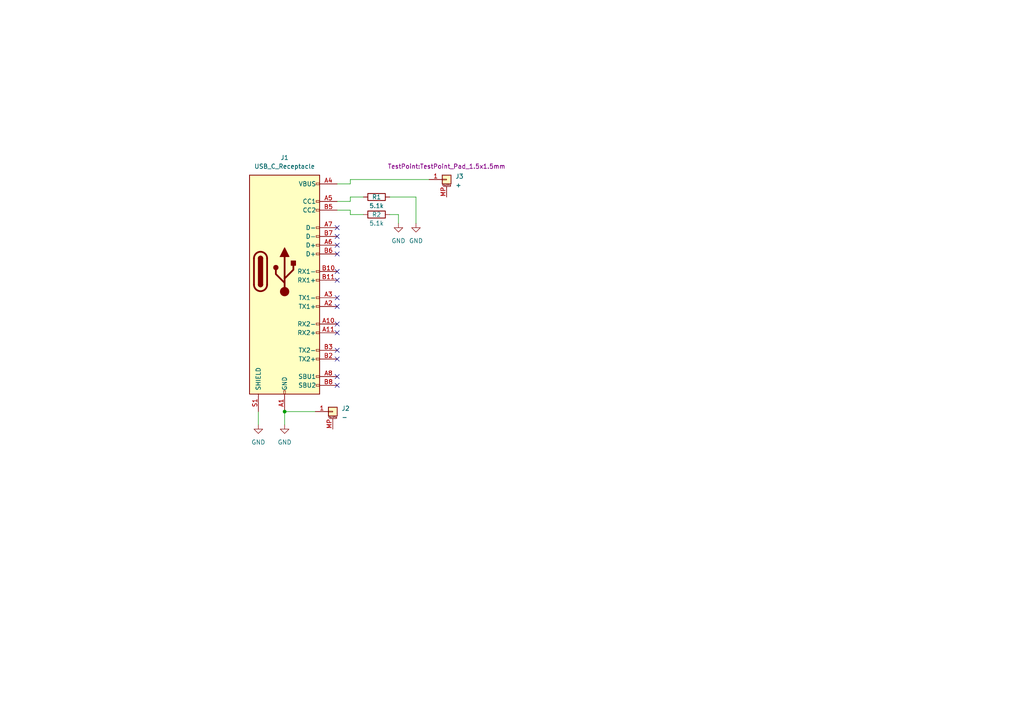
<source format=kicad_sch>
(kicad_sch (version 20230121) (generator eeschema)
  (paper "A4")
  (lib_symbols
    (symbol "Connector:USB_C_Receptacle" (pin_names (offset 1.016))
      (property "Reference" "J" (at -10.16 29.21 0))
      (property "Value" "USB_C_Receptacle" (at 10.16 29.21 0))
      (symbol "USB_C_Receptacle_0_0"
        (rectangle (start -0.254 -35.56) (end 0.254 -34.544))
        (rectangle (start 10.16 -32.766) (end 9.144 -33.274))
        (rectangle (start 10.16 -30.226) (end 9.144 -30.734))
        (rectangle (start 10.16 -25.146) (end 9.144 -25.654))
        (rectangle (start 10.16 -22.606) (end 9.144 -23.114))
        (rectangle (start 10.16 -17.526) (end 9.144 -18.034))
        (rectangle (start 10.16 -14.986) (end 9.144 -15.494))
        (rectangle (start 10.16 -9.906) (end 9.144 -10.414))
        (rectangle (start 10.16 -7.366) (end 9.144 -7.874))
        (rectangle (start 10.16 -2.286) (end 9.144 -2.794))
        (rectangle (start 10.16 0.254) (end 9.144 -0.254))
        (rectangle (start 10.16 5.334) (end 9.144 4.826))
        (rectangle (start 10.16 7.874) (end 9.144 7.366))
        (rectangle (start 10.16 10.414) (end 9.144 9.906))
        (rectangle (start 10.16 12.954) (end 9.144 12.446))
        (rectangle (start 10.16 18.034) (end 9.144 17.526))
        (rectangle (start 10.16 20.574) (end 9.144 20.066))
        (rectangle (start 10.16 25.654) (end 9.144 25.146))
      )
      (symbol "USB_C_Receptacle_0_1"
        (rectangle (start -10.16 27.94) (end 10.16 -35.56) (stroke (width 0.254)) (fill (type background)))
        (arc (start -8.89 -3.81) (mid -6.985 -5.7067) (end -5.08 -3.81) (stroke (width 0.508)))
        (arc (start -7.62 -3.81) (mid -6.985 -4.4423) (end -6.35 -3.81) (stroke (width 0.254)))
        (arc (start -7.62 -3.81) (mid -6.985 -4.4423) (end -6.35 -3.81) (stroke (width 0.254)) (fill (type outline)))
        (rectangle (start -7.62 -3.81) (end -6.35 3.81) (stroke (width 0.254)) (fill (type outline)))
        (arc (start -6.35 3.81) (mid -6.985 4.4423) (end -7.62 3.81) (stroke (width 0.254)))
        (arc (start -6.35 3.81) (mid -6.985 4.4423) (end -7.62 3.81) (stroke (width 0.254)) (fill (type outline)))
        (arc (start -5.08 3.81) (mid -6.985 5.7067) (end -8.89 3.81) (stroke (width 0.508)))
        (polyline (pts (xy -8.89 -3.81) (xy -8.89 3.81)) (stroke (width 0.508)))
        (polyline (pts (xy -5.08 3.81) (xy -5.08 -3.81)) (stroke (width 0.508)))
      )
      (symbol "USB_C_Receptacle_1_1"
        (circle (center -2.54 1.143) (radius 0.635) (stroke (width 0.254)) (fill (type outline)))
        (circle (center 0 -5.842) (radius 1.27) (fill (type outline)))
        (polyline (pts (xy 0 -5.842) (xy 0 4.318)) (stroke (width 0.508)))
        (polyline (pts (xy 0 -3.302) (xy -2.54 -0.762) (xy -2.54 0.508)) (stroke (width 0.508)))
        (polyline (pts (xy 0 -2.032) (xy 2.54 0.508) (xy 2.54 1.778)) (stroke (width 0.508)))
        (polyline (pts (xy -1.27 4.318) (xy 0 6.858) (xy 1.27 4.318) (xy -1.27 4.318)) (stroke (width 0.254)) (fill (type outline)))
        (rectangle (start 1.905 1.778) (end 3.175 3.048) (stroke (width 0.254)) (fill (type outline)))
        (pin passive line (at 0 -40.64 90) (length 5.08) (name "GND") (number "A1"))
        (pin bidirectional line (at 15.24 -15.24 180) (length 5.08) (name "RX2-") (number "A10"))
        (pin bidirectional line (at 15.24 -17.78 180) (length 5.08) (name "RX2+") (number "A11"))
        (pin passive line (at 0 -40.64 90) (length 5.08) hide (name "GND") (number "A12"))
        (pin bidirectional line (at 15.24 -10.16 180) (length 5.08) (name "TX1+") (number "A2"))
        (pin bidirectional line (at 15.24 -7.62 180) (length 5.08) (name "TX1-") (number "A3"))
        (pin passive line (at 15.24 25.4 180) (length 5.08) (name "VBUS") (number "A4"))
        (pin bidirectional line (at 15.24 20.32 180) (length 5.08) (name "CC1") (number "A5"))
        (pin bidirectional line (at 15.24 7.62 180) (length 5.08) (name "D+") (number "A6"))
        (pin bidirectional line (at 15.24 12.7 180) (length 5.08) (name "D-") (number "A7"))
        (pin bidirectional line (at 15.24 -30.48 180) (length 5.08) (name "SBU1") (number "A8"))
        (pin passive line (at 15.24 25.4 180) (length 5.08) hide (name "VBUS") (number "A9"))
        (pin passive line (at 0 -40.64 90) (length 5.08) hide (name "GND") (number "B1"))
        (pin bidirectional line (at 15.24 0 180) (length 5.08) (name "RX1-") (number "B10"))
        (pin bidirectional line (at 15.24 -2.54 180) (length 5.08) (name "RX1+") (number "B11"))
        (pin passive line (at 0 -40.64 90) (length 5.08) hide (name "GND") (number "B12"))
        (pin bidirectional line (at 15.24 -25.4 180) (length 5.08) (name "TX2+") (number "B2"))
        (pin bidirectional line (at 15.24 -22.86 180) (length 5.08) (name "TX2-") (number "B3"))
        (pin passive line (at 15.24 25.4 180) (length 5.08) hide (name "VBUS") (number "B4"))
        (pin bidirectional line (at 15.24 17.78 180) (length 5.08) (name "CC2") (number "B5"))
        (pin bidirectional line (at 15.24 5.08 180) (length 5.08) (name "D+") (number "B6"))
        (pin bidirectional line (at 15.24 10.16 180) (length 5.08) (name "D-") (number "B7"))
        (pin bidirectional line (at 15.24 -33.02 180) (length 5.08) (name "SBU2") (number "B8"))
        (pin passive line (at 15.24 25.4 180) (length 5.08) hide (name "VBUS") (number "B9"))
        (pin passive line (at -7.62 -40.64 90) (length 5.08) (name "SHIELD") (number "S1"))
      )
    )
    (symbol "Connector_Generic_MountingPin:Conn_01x01_MountingPin" (pin_names (offset 1.016) hide)
      (property "Reference" "J" (at 0 2.54 0))
      (property "Value" "Conn_01x01_MountingPin" (at 1.27 -2.54 0))
      (symbol "Conn_01x01_MountingPin_1_1"
        (rectangle (start -1.27 0.127) (end 0 -0.127) (stroke (width 0.1524)))
        (rectangle (start -1.27 1.27) (end 1.27 -1.27) (stroke (width 0.254)) (fill (type background)))
        (polyline (pts (xy -1.016 -2.032) (xy 1.016 -2.032)) (stroke (width 0.1524)))
        (text "Mounting" (at 0 -1.651 0) (effects (font (size 0.381 0.381))))
        (pin passive line (at -5.08 0 0) (length 3.81) (name "Pin_1") (number "1"))
        (pin passive line (at 0 -5.08 90) (length 3.048) (name "MountPin") (number "MP"))
      )
    )
    (symbol "Device:R" (pin_numbers hide) (pin_names (offset 0))
      (property "Reference" "R" (at 2.032 0 90))
      (property "Value" "R" (at 0 0 90))
      (symbol "R_0_1"
        (rectangle (start -1.016 -2.54) (end 1.016 2.54) (stroke (width 0.254)))
      )
      (symbol "R_1_1"
        (pin passive line (at 0 3.81 270) (length 1.27) (name "~") (number "1"))
        (pin passive line (at 0 -3.81 90) (length 1.27) (name "~") (number "2"))
      )
    )
    (symbol "power:GND" (power) (pin_names (offset 0))
      (property "Value" "GND" (at 0 -3.81 0))
      (symbol "GND_0_1"
        (polyline (pts (xy 0 0) (xy 0 -1.27) (xy 1.27 -1.27) (xy 0 -2.54) (xy -1.27 -1.27) (xy 0 -1.27)))
      )
      (symbol "GND_1_1"
        (pin power_in line (at 0 0 270) (length 0) hide (name "GND") (number "1"))
      )
    )
  )
  (junction (at 82.55 119.38))
  (no_connect (at 97.79 68.58))
  (no_connect (at 97.79 71.12))
  (no_connect (at 97.79 73.66))
  (no_connect (at 97.79 78.74))
  (no_connect (at 97.79 81.28))
  (no_connect (at 97.79 86.36))
  (no_connect (at 97.79 88.9))
  (no_connect (at 97.79 93.98))
  (no_connect (at 97.79 111.76))
  (no_connect (at 97.79 96.52))
  (no_connect (at 97.79 101.6))
  (no_connect (at 97.79 104.14))
  (no_connect (at 97.79 109.22))
  (no_connect (at 97.79 66.04))
  (wire (pts (xy 97.79 58.42) (xy 101.6 58.42)))
  (wire (pts (xy 101.6 60.96) (xy 101.6 62.23)))
  (wire (pts (xy 97.79 53.34) (xy 101.6 53.34)))
  (wire (pts (xy 74.93 119.38) (xy 74.93 123.19)))
  (wire (pts (xy 113.03 57.15) (xy 120.65 57.15)))
  (wire (pts (xy 113.03 62.23) (xy 115.57 62.23)))
  (wire (pts (xy 120.65 57.15) (xy 120.65 64.77)))
  (wire (pts (xy 82.55 119.38) (xy 82.55 123.19)))
  (wire (pts (xy 101.6 53.34) (xy 101.6 52.07)))
  (wire (pts (xy 101.6 57.15) (xy 105.41 57.15)))
  (wire (pts (xy 115.57 62.23) (xy 115.57 64.77)))
  (wire (pts (xy 101.6 62.23) (xy 105.41 62.23)))
  (wire (pts (xy 97.79 60.96) (xy 101.6 60.96)))
  (wire (pts (xy 101.6 58.42) (xy 101.6 57.15)))
  (wire (pts (xy 82.55 119.38) (xy 91.44 119.38)))
  (wire (pts (xy 101.6 52.07) (xy 124.46 52.07)))
  (symbol (lib_id "power:GND") (at 120.65 64.77 0) (unit 1)
    (property "Reference" "#PWR0102" (effects hide))
    (property "Value" "GND" (at 120.65 69.85 0))
  )
  (symbol (lib_id "Connector_Generic_MountingPin:Conn_01x01_MountingPin") (at 96.52 119.38 0) (unit 1)
    (property "Reference" "J2" (at 99.06 118.4655 0) (effects (justify left)))
    (property "Value" "-" (at 99.06 121.0055 0) (effects (justify left)))
    (property "Footprint" "TestPoint:TestPoint_Pad_1.5x1.5mm" (effects hide))
  )
  (symbol (lib_id "power:GND") (at 82.55 123.19 0) (unit 1)
    (property "Reference" "#PWR0103" (effects hide))
    (property "Value" "GND" (at 82.55 128.27 0))
  )
  (symbol (lib_id "Connector_Generic_MountingPin:Conn_01x01_MountingPin") (at 129.54 52.07 0) (unit 1)
    (property "Reference" "J3" (at 132.08 51.1555 0) (effects (justify left)))
    (property "Value" "+" (at 132.08 53.6955 0) (effects (justify left)))
    (property "Footprint" "TestPoint:TestPoint_Pad_1.5x1.5mm" (at 129.54 48.26 0))
  )
  (symbol (lib_id "Device:R") (at 109.22 62.23 90) (unit 1)
    (property "Reference" "R2" (at 109.22 62.23 90))
    (property "Value" "5.1k" (at 109.22 64.77 90))
    (property "Footprint" "Resistor_SMD:R_0603_1608Metric" (effects hide))
  )
  (symbol (lib_id "Connector:USB_C_Receptacle") (at 82.55 78.74 0) (unit 1)
    (property "Reference" "J1" (at 82.55 45.72 0))
    (property "Value" "USB_C_Receptacle" (at 82.55 48.26 0))
    (property "Footprint" "Connector_USB:USB_C_Receptacle_HRO_TYPE-C-31-M-12" (effects hide))
    (property "Datasheet" "https://www.usb.org/sites/default/files/documents/usb_type-c.zip" (effects hide))
  )
  (symbol (lib_id "power:GND") (at 115.57 64.77 0) (unit 1)
    (property "Reference" "#PWR0101" (effects hide))
    (property "Value" "GND" (at 115.57 69.85 0))
  )
  (symbol (lib_id "power:GND") (at 74.93 123.19 0) (unit 1)
    (property "Reference" "#PWR0104" (effects hide))
    (property "Value" "GND" (at 74.93 128.27 0))
  )
  (symbol (lib_id "Device:R") (at 109.22 57.15 90) (unit 1)
    (property "Reference" "R1" (at 109.22 57.15 90))
    (property "Value" "5.1k" (at 109.22 59.69 90))
    (property "Footprint" "Resistor_SMD:R_0603_1608Metric" (effects hide))
  )
)
</source>
